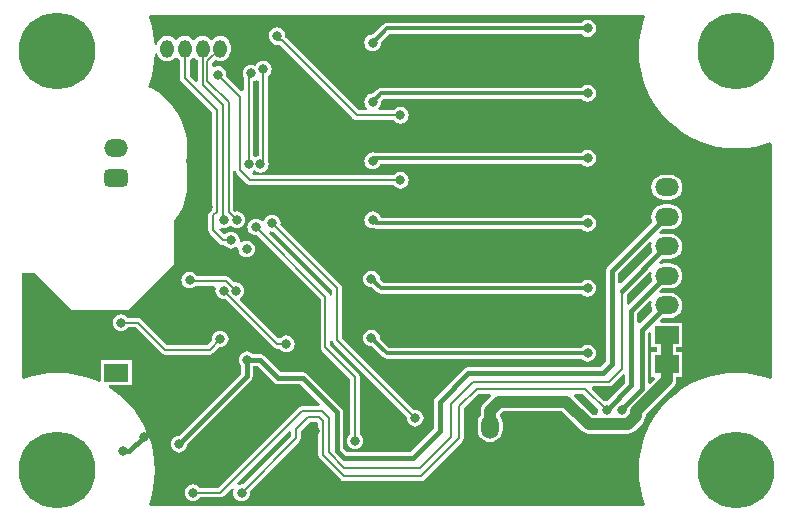
<source format=gbl>
G04*
G04 #@! TF.GenerationSoftware,Altium Limited,Altium Designer,20.0.13 (296)*
G04*
G04 Layer_Physical_Order=2*
G04 Layer_Color=16711680*
%FSLAX43Y43*%
%MOMM*%
G71*
G01*
G75*
%ADD12C,0.400*%
%ADD13C,0.200*%
%ADD45C,0.300*%
%ADD46C,1.000*%
%ADD48R,1.500X2.000*%
%ADD49O,1.500X2.000*%
%ADD50R,2.000X1.500*%
%ADD51O,2.000X1.500*%
G04:AMPARAMS|DCode=52|XSize=1.5mm|YSize=2mm|CornerRadius=0.375mm|HoleSize=0mm|Usage=FLASHONLY|Rotation=90.000|XOffset=0mm|YOffset=0mm|HoleType=Round|Shape=RoundedRectangle|*
%AMROUNDEDRECTD52*
21,1,1.500,1.250,0,0,90.0*
21,1,0.750,2.000,0,0,90.0*
1,1,0.750,0.625,0.375*
1,1,0.750,0.625,-0.375*
1,1,0.750,-0.625,-0.375*
1,1,0.750,-0.625,0.375*
%
%ADD52ROUNDEDRECTD52*%
%ADD53O,1.150X1.500*%
%ADD54R,1.150X1.500*%
%ADD55C,6.500*%
%ADD56C,0.800*%
G36*
X151753Y141836D02*
X151596Y141398D01*
X151399Y140611D01*
X151280Y139810D01*
X151240Y139000D01*
X151280Y138190D01*
X151399Y137389D01*
X151596Y136602D01*
X151869Y135839D01*
X152215Y135106D01*
X152632Y134411D01*
X153115Y133760D01*
X153659Y133159D01*
X154260Y132615D01*
X154911Y132132D01*
X155606Y131715D01*
X156339Y131369D01*
X157102Y131096D01*
X157889Y130899D01*
X158690Y130780D01*
X159500Y130740D01*
X160310Y130780D01*
X161111Y130899D01*
X161898Y131096D01*
X162336Y131253D01*
X162500Y131138D01*
Y111362D01*
X162336Y111247D01*
X161898Y111404D01*
X161111Y111601D01*
X160310Y111720D01*
X159500Y111760D01*
X158690Y111720D01*
X157889Y111601D01*
X157102Y111404D01*
X156339Y111131D01*
X155606Y110785D01*
X154911Y110368D01*
X154260Y109885D01*
X153659Y109341D01*
X153115Y108740D01*
X152632Y108089D01*
X152215Y107394D01*
X151869Y106661D01*
X151596Y105898D01*
X151399Y105111D01*
X151280Y104310D01*
X151240Y103500D01*
X151280Y102690D01*
X151399Y101889D01*
X151596Y101102D01*
X151753Y100664D01*
X151638Y100500D01*
X109862D01*
X109747Y100664D01*
X109904Y101102D01*
X110101Y101889D01*
X110220Y102690D01*
X110260Y103500D01*
X110220Y104310D01*
X110101Y105111D01*
X109904Y105898D01*
X109631Y106661D01*
X109285Y107394D01*
X108868Y108089D01*
X108385Y108740D01*
X107841Y109341D01*
X107240Y109885D01*
X106589Y110368D01*
X106356Y110507D01*
X106410Y110700D01*
X108300D01*
Y112800D01*
X105700D01*
Y111063D01*
X105531Y110956D01*
X105161Y111131D01*
X104398Y111404D01*
X103611Y111601D01*
X102810Y111720D01*
X102000Y111760D01*
X101190Y111720D01*
X100389Y111601D01*
X99602Y111404D01*
X99164Y111247D01*
X99000Y111362D01*
Y120200D01*
X100100D01*
X103200Y117100D01*
X108000D01*
X111900Y121000D01*
Y124598D01*
X112290Y125182D01*
X112602Y125814D01*
X112828Y126481D01*
X112965Y127172D01*
X113012Y127875D01*
Y128625D01*
X112965Y129328D01*
X112898Y129669D01*
X112963Y129998D01*
X113012Y130750D01*
X112963Y131502D01*
X112816Y132241D01*
X112574Y132955D01*
X112240Y133631D01*
X111822Y134258D01*
X111325Y134825D01*
X110758Y135322D01*
X110131Y135740D01*
X109676Y135965D01*
X109904Y136602D01*
X110101Y137389D01*
X110220Y138190D01*
X110249Y138774D01*
X110448Y138797D01*
X110536Y138584D01*
X110676Y138401D01*
X110859Y138261D01*
X111072Y138173D01*
X111300Y138142D01*
X111528Y138173D01*
X111741Y138261D01*
X111924Y138401D01*
X111950Y138435D01*
X112132D01*
X112176Y138401D01*
X112359Y138261D01*
X112392Y138247D01*
Y136700D01*
X112392Y136700D01*
X112423Y136544D01*
X112512Y136412D01*
X115092Y133831D01*
Y125568D01*
X114912Y125388D01*
X114823Y125255D01*
X114792Y125099D01*
X114792Y125099D01*
Y123800D01*
X114792Y123800D01*
X114823Y123644D01*
X114912Y123512D01*
X115737Y122687D01*
X115737Y122687D01*
X115869Y122598D01*
X116025Y122567D01*
X116025Y122567D01*
X116156D01*
X116226Y122476D01*
X116372Y122364D01*
X116542Y122293D01*
X116725Y122269D01*
X116908Y122293D01*
X117078Y122364D01*
X117142Y122413D01*
X117329Y122304D01*
X117319Y122225D01*
X117343Y122042D01*
X117414Y121872D01*
X117526Y121726D01*
X117672Y121614D01*
X117842Y121543D01*
X118025Y121519D01*
X118208Y121543D01*
X118378Y121614D01*
X118524Y121726D01*
X118636Y121872D01*
X118707Y122042D01*
X118731Y122225D01*
X118707Y122408D01*
X118636Y122578D01*
X118524Y122724D01*
X118378Y122836D01*
X118208Y122907D01*
X118025Y122931D01*
X117842Y122907D01*
X117672Y122836D01*
X117608Y122787D01*
X117421Y122896D01*
X117431Y122975D01*
X117407Y123158D01*
X117336Y123328D01*
X117224Y123474D01*
X117078Y123586D01*
X116908Y123657D01*
X116725Y123681D01*
X116542Y123657D01*
X116372Y123586D01*
X116226Y123474D01*
X116110Y123467D01*
X115718Y123858D01*
X115727Y123883D01*
X115917Y124018D01*
X116100Y123994D01*
X116283Y124018D01*
X116453Y124089D01*
X116599Y124201D01*
X116701D01*
X116847Y124089D01*
X117017Y124018D01*
X117200Y123994D01*
X117383Y124018D01*
X117553Y124089D01*
X117699Y124201D01*
X117811Y124347D01*
X117882Y124517D01*
X117906Y124700D01*
X117882Y124883D01*
X117811Y125053D01*
X117699Y125199D01*
X117553Y125311D01*
X117383Y125382D01*
X117200Y125406D01*
X117086Y125391D01*
X116908Y125569D01*
Y128802D01*
X117108Y128821D01*
X117123Y128744D01*
X117212Y128612D01*
X118062Y127762D01*
X118062Y127762D01*
X118194Y127673D01*
X118350Y127642D01*
X130481D01*
X130551Y127551D01*
X130697Y127439D01*
X130867Y127368D01*
X131050Y127344D01*
X131233Y127368D01*
X131403Y127439D01*
X131549Y127551D01*
X131661Y127697D01*
X131732Y127867D01*
X131756Y128050D01*
X131732Y128233D01*
X131661Y128403D01*
X131549Y128549D01*
X131403Y128661D01*
X131233Y128732D01*
X131050Y128756D01*
X130867Y128732D01*
X130697Y128661D01*
X130551Y128549D01*
X130481Y128458D01*
X118616D01*
X118514Y128580D01*
X118549Y128765D01*
X118561Y128795D01*
X118700Y128900D01*
X118847Y128789D01*
X119017Y128718D01*
X119200Y128694D01*
X119383Y128718D01*
X119553Y128789D01*
X119699Y128901D01*
X119811Y129047D01*
X119882Y129217D01*
X119906Y129400D01*
X119882Y129583D01*
X119857Y129644D01*
X119858Y129650D01*
Y136881D01*
X119949Y136951D01*
X120061Y137097D01*
X120132Y137267D01*
X120156Y137450D01*
X120132Y137633D01*
X120061Y137803D01*
X119949Y137949D01*
X119803Y138061D01*
X119633Y138132D01*
X119450Y138156D01*
X119267Y138132D01*
X119097Y138061D01*
X118951Y137949D01*
X118839Y137803D01*
X118807Y137726D01*
X118753Y137711D01*
X118583Y137782D01*
X118400Y137806D01*
X118217Y137782D01*
X118047Y137711D01*
X117901Y137599D01*
X117789Y137453D01*
X117718Y137283D01*
X117694Y137100D01*
X117718Y136917D01*
X117789Y136747D01*
X117792Y136742D01*
Y135667D01*
X117592Y135585D01*
X116291Y136886D01*
X116306Y137000D01*
X116282Y137183D01*
X116211Y137353D01*
X116099Y137499D01*
X115953Y137611D01*
X115783Y137682D01*
X115600Y137706D01*
X115417Y137682D01*
X115314Y137639D01*
X115114Y137739D01*
Y137937D01*
X115414Y138238D01*
X115572Y138173D01*
X115800Y138142D01*
X116028Y138173D01*
X116241Y138261D01*
X116424Y138401D01*
X116564Y138584D01*
X116652Y138797D01*
X116683Y139025D01*
Y139375D01*
X116652Y139603D01*
X116564Y139816D01*
X116424Y139999D01*
X116241Y140139D01*
X116028Y140227D01*
X115800Y140258D01*
X115572Y140227D01*
X115359Y140139D01*
X115176Y139999D01*
X115132Y139965D01*
X114968D01*
X114924Y139999D01*
X114741Y140139D01*
X114528Y140227D01*
X114300Y140258D01*
X114072Y140227D01*
X113859Y140139D01*
X113676Y139999D01*
X113650Y139965D01*
X113468D01*
X113424Y139999D01*
X113241Y140139D01*
X113028Y140227D01*
X112800Y140258D01*
X112572Y140227D01*
X112359Y140139D01*
X112176Y139999D01*
X112132Y139965D01*
X111950D01*
X111924Y139999D01*
X111741Y140139D01*
X111528Y140227D01*
X111300Y140258D01*
X111072Y140227D01*
X110859Y140139D01*
X110676Y139999D01*
X110536Y139816D01*
X110448Y139603D01*
X110435Y139509D01*
X110235Y139518D01*
X110220Y139810D01*
X110101Y140611D01*
X109904Y141398D01*
X109747Y141836D01*
X109862Y142000D01*
X151638Y142000D01*
X151753Y141836D01*
D02*
G37*
G36*
X113676Y138401D02*
X113859Y138261D01*
X113892Y138247D01*
Y136446D01*
X113707Y136369D01*
X113208Y136869D01*
Y138247D01*
X113241Y138261D01*
X113424Y138401D01*
X113468Y138435D01*
X113650D01*
X113676Y138401D01*
D02*
G37*
G36*
X119025Y136485D02*
X119042Y136470D01*
Y130085D01*
X119017Y130082D01*
X118847Y130011D01*
X118808Y129982D01*
X118608Y130080D01*
Y130808D01*
Y136428D01*
X118753Y136489D01*
X118842Y136557D01*
X119025Y136485D01*
D02*
G37*
%LPC*%
G36*
X146900Y141606D02*
X146717Y141582D01*
X146547Y141511D01*
X146401Y141399D01*
X146370Y141359D01*
X129900D01*
X129724Y141324D01*
X129576Y141224D01*
X128751Y140399D01*
X128700Y140406D01*
X128517Y140382D01*
X128347Y140311D01*
X128201Y140199D01*
X128089Y140053D01*
X128018Y139883D01*
X127994Y139700D01*
X128018Y139517D01*
X128089Y139347D01*
X128201Y139201D01*
X128347Y139089D01*
X128517Y139018D01*
X128700Y138994D01*
X128883Y139018D01*
X129053Y139089D01*
X129199Y139201D01*
X129311Y139347D01*
X129382Y139517D01*
X129406Y139700D01*
X129399Y139751D01*
X130090Y140441D01*
X146370D01*
X146401Y140401D01*
X146547Y140289D01*
X146717Y140218D01*
X146900Y140194D01*
X147083Y140218D01*
X147253Y140289D01*
X147399Y140401D01*
X147511Y140547D01*
X147582Y140717D01*
X147606Y140900D01*
X147582Y141083D01*
X147511Y141253D01*
X147399Y141399D01*
X147253Y141511D01*
X147083Y141582D01*
X146900Y141606D01*
D02*
G37*
G36*
X120600Y141006D02*
X120417Y140982D01*
X120247Y140911D01*
X120101Y140799D01*
X119989Y140653D01*
X119918Y140483D01*
X119894Y140300D01*
X119918Y140117D01*
X119989Y139947D01*
X120101Y139801D01*
X120247Y139689D01*
X120265Y139681D01*
X120312Y139612D01*
X120444Y139523D01*
X120600Y139492D01*
X120831D01*
X127062Y133262D01*
X127062Y133262D01*
X127194Y133173D01*
X127350Y133142D01*
X127350Y133142D01*
X130481D01*
X130551Y133051D01*
X130697Y132939D01*
X130867Y132868D01*
X131050Y132844D01*
X131233Y132868D01*
X131403Y132939D01*
X131549Y133051D01*
X131661Y133197D01*
X131732Y133367D01*
X131756Y133550D01*
X131732Y133733D01*
X131661Y133903D01*
X131549Y134049D01*
X131403Y134161D01*
X131233Y134232D01*
X131050Y134256D01*
X130867Y134232D01*
X130697Y134161D01*
X130551Y134049D01*
X130481Y133958D01*
X129211D01*
X129143Y134158D01*
X129199Y134201D01*
X129311Y134347D01*
X129382Y134517D01*
X129406Y134700D01*
X129399Y134751D01*
X129590Y134941D01*
X146370D01*
X146401Y134901D01*
X146547Y134789D01*
X146717Y134718D01*
X146900Y134694D01*
X147083Y134718D01*
X147253Y134789D01*
X147399Y134901D01*
X147511Y135047D01*
X147582Y135217D01*
X147606Y135400D01*
X147582Y135583D01*
X147511Y135753D01*
X147399Y135899D01*
X147253Y136011D01*
X147083Y136082D01*
X146900Y136106D01*
X146717Y136082D01*
X146547Y136011D01*
X146401Y135899D01*
X146370Y135859D01*
X129400D01*
X129224Y135824D01*
X129076Y135724D01*
X128751Y135399D01*
X128700Y135406D01*
X128517Y135382D01*
X128347Y135311D01*
X128201Y135199D01*
X128089Y135053D01*
X128018Y134883D01*
X127994Y134700D01*
X128018Y134517D01*
X128089Y134347D01*
X128201Y134201D01*
X128257Y134158D01*
X128189Y133958D01*
X127519D01*
X121291Y140186D01*
X121306Y140300D01*
X121282Y140483D01*
X121211Y140653D01*
X121099Y140799D01*
X120953Y140911D01*
X120783Y140982D01*
X120600Y141006D01*
D02*
G37*
G36*
X146900Y130606D02*
X146717Y130582D01*
X146547Y130511D01*
X146401Y130399D01*
X146370Y130359D01*
X128939D01*
X128883Y130382D01*
X128700Y130406D01*
X128517Y130382D01*
X128347Y130311D01*
X128201Y130199D01*
X128089Y130053D01*
X128018Y129883D01*
X127994Y129700D01*
X128018Y129517D01*
X128089Y129347D01*
X128201Y129201D01*
X128347Y129089D01*
X128517Y129018D01*
X128700Y128994D01*
X128883Y129018D01*
X129053Y129089D01*
X129199Y129201D01*
X129311Y129347D01*
X129350Y129441D01*
X146370D01*
X146401Y129401D01*
X146547Y129289D01*
X146717Y129218D01*
X146900Y129194D01*
X147083Y129218D01*
X147253Y129289D01*
X147399Y129401D01*
X147511Y129547D01*
X147582Y129717D01*
X147606Y129900D01*
X147582Y130083D01*
X147511Y130253D01*
X147399Y130399D01*
X147253Y130511D01*
X147083Y130582D01*
X146900Y130606D01*
D02*
G37*
G36*
X153850Y128509D02*
X153350D01*
X153076Y128473D01*
X152820Y128367D01*
X152601Y128199D01*
X152433Y127980D01*
X152327Y127724D01*
X152291Y127450D01*
X152327Y127176D01*
X152433Y126920D01*
X152601Y126701D01*
X152820Y126533D01*
X153076Y126427D01*
X153350Y126391D01*
X153850D01*
X154124Y126427D01*
X154380Y126533D01*
X154599Y126701D01*
X154767Y126920D01*
X154873Y127176D01*
X154909Y127450D01*
X154873Y127724D01*
X154767Y127980D01*
X154599Y128199D01*
X154380Y128367D01*
X154124Y128473D01*
X153850Y128509D01*
D02*
G37*
G36*
X120200Y125106D02*
X120017Y125082D01*
X119847Y125011D01*
X119701Y124899D01*
X119589Y124753D01*
X119534Y124622D01*
X119409Y124580D01*
X119316Y124578D01*
X119299Y124599D01*
X119153Y124711D01*
X118983Y124782D01*
X118800Y124806D01*
X118617Y124782D01*
X118447Y124711D01*
X118301Y124599D01*
X118189Y124453D01*
X118118Y124283D01*
X118094Y124100D01*
X118118Y123917D01*
X118189Y123747D01*
X118301Y123601D01*
X118447Y123489D01*
X118617Y123418D01*
X118800Y123394D01*
X118914Y123409D01*
X124292Y118031D01*
Y113900D01*
X124292Y113900D01*
X124323Y113744D01*
X124412Y113612D01*
X126792Y111231D01*
Y106569D01*
X126701Y106499D01*
X126589Y106353D01*
X126518Y106183D01*
X126494Y106000D01*
X126518Y105817D01*
X126589Y105647D01*
X126701Y105501D01*
X126847Y105389D01*
X127017Y105318D01*
X127200Y105294D01*
X127383Y105318D01*
X127553Y105389D01*
X127699Y105501D01*
X127811Y105647D01*
X127882Y105817D01*
X127906Y106000D01*
X127882Y106183D01*
X127811Y106353D01*
X127699Y106499D01*
X127608Y106569D01*
Y111400D01*
X127608Y111400D01*
X127577Y111556D01*
X127488Y111688D01*
X127488Y111688D01*
X125108Y114069D01*
Y114402D01*
X125308Y114421D01*
X125323Y114344D01*
X125412Y114212D01*
X131609Y108014D01*
X131594Y107900D01*
X131618Y107717D01*
X131689Y107547D01*
X131801Y107401D01*
X131947Y107289D01*
X132117Y107218D01*
X132300Y107194D01*
X132483Y107218D01*
X132653Y107289D01*
X132799Y107401D01*
X132911Y107547D01*
X132982Y107717D01*
X133006Y107900D01*
X132982Y108083D01*
X132911Y108253D01*
X132799Y108399D01*
X132653Y108511D01*
X132483Y108582D01*
X132300Y108606D01*
X132186Y108591D01*
X126108Y114669D01*
Y118900D01*
X126108Y118900D01*
X126077Y119056D01*
X125988Y119188D01*
X120891Y124286D01*
X120906Y124400D01*
X120882Y124583D01*
X120811Y124753D01*
X120699Y124899D01*
X120553Y125011D01*
X120383Y125082D01*
X120200Y125106D01*
D02*
G37*
G36*
X153850Y126009D02*
X153350D01*
X153076Y125973D01*
X152820Y125867D01*
X152601Y125699D01*
X152433Y125480D01*
X152327Y125224D01*
X152291Y124950D01*
X152327Y124676D01*
X152394Y124515D01*
X148640Y120760D01*
X148529Y120595D01*
X148490Y120400D01*
Y112711D01*
X147989Y112210D01*
X136800D01*
X136605Y112171D01*
X136440Y112060D01*
X134040Y109660D01*
X133929Y109495D01*
X133890Y109300D01*
Y107011D01*
X131889Y105010D01*
X126511D01*
X126210Y105311D01*
Y108400D01*
X126171Y108595D01*
X126060Y108760D01*
X123160Y111660D01*
X122995Y111771D01*
X122800Y111810D01*
X120911D01*
X119510Y113210D01*
X119345Y113321D01*
X119150Y113360D01*
X118535D01*
X118403Y113461D01*
X118233Y113532D01*
X118050Y113556D01*
X117867Y113532D01*
X117697Y113461D01*
X117551Y113349D01*
X117439Y113203D01*
X117368Y113033D01*
X117344Y112850D01*
X117368Y112667D01*
X117439Y112497D01*
X117540Y112365D01*
Y111661D01*
X112283Y106404D01*
X112117Y106382D01*
X111947Y106311D01*
X111801Y106199D01*
X111689Y106053D01*
X111618Y105883D01*
X111594Y105700D01*
X111618Y105517D01*
X111689Y105347D01*
X111801Y105201D01*
X111947Y105089D01*
X112117Y105018D01*
X112300Y104994D01*
X112483Y105018D01*
X112653Y105089D01*
X112799Y105201D01*
X112911Y105347D01*
X112982Y105517D01*
X113004Y105683D01*
X118410Y111090D01*
X118521Y111255D01*
X118560Y111450D01*
Y112340D01*
X118939D01*
X120340Y110940D01*
X120505Y110829D01*
X120700Y110790D01*
X122589D01*
X124271Y109108D01*
X124188Y108908D01*
X122700D01*
X122700Y108908D01*
X122544Y108877D01*
X122412Y108788D01*
X122412Y108788D01*
X115631Y102008D01*
X114069D01*
X113999Y102099D01*
X113853Y102211D01*
X113683Y102282D01*
X113500Y102306D01*
X113317Y102282D01*
X113147Y102211D01*
X113001Y102099D01*
X112889Y101953D01*
X112818Y101783D01*
X112794Y101600D01*
X112818Y101417D01*
X112889Y101247D01*
X113001Y101101D01*
X113147Y100989D01*
X113317Y100918D01*
X113500Y100894D01*
X113683Y100918D01*
X113853Y100989D01*
X113999Y101101D01*
X114069Y101192D01*
X115800D01*
X115800Y101192D01*
X115956Y101223D01*
X116088Y101312D01*
X116802Y102025D01*
X116972Y101912D01*
X116918Y101783D01*
X116894Y101600D01*
X116918Y101417D01*
X116989Y101247D01*
X117101Y101101D01*
X117247Y100989D01*
X117417Y100918D01*
X117600Y100894D01*
X117783Y100918D01*
X117953Y100989D01*
X118099Y101101D01*
X118211Y101247D01*
X118282Y101417D01*
X118306Y101600D01*
X118291Y101714D01*
X122488Y105912D01*
X122488Y105912D01*
X122577Y106044D01*
X122608Y106200D01*
X122608Y106200D01*
Y106831D01*
X123369Y107592D01*
X124031D01*
X124092Y107531D01*
Y104800D01*
X124092Y104800D01*
X124123Y104644D01*
X124212Y104512D01*
X126012Y102712D01*
X126012Y102712D01*
X126144Y102623D01*
X126300Y102592D01*
X132800D01*
X132800Y102592D01*
X132956Y102623D01*
X133088Y102712D01*
X136288Y105912D01*
X136288Y105912D01*
X136377Y106044D01*
X136408Y106200D01*
X136408Y106200D01*
Y108731D01*
X137669Y109992D01*
X138668D01*
X138751Y109792D01*
X138079Y109121D01*
X137951Y108953D01*
X137871Y108759D01*
X137843Y108550D01*
Y108123D01*
X137733Y107980D01*
X137627Y107724D01*
X137591Y107450D01*
Y106950D01*
X137627Y106676D01*
X137733Y106420D01*
X137901Y106201D01*
X138120Y106033D01*
X138376Y105927D01*
X138650Y105891D01*
X138924Y105927D01*
X139180Y106033D01*
X139399Y106201D01*
X139567Y106420D01*
X139673Y106676D01*
X139709Y106950D01*
Y107450D01*
X139673Y107724D01*
X139567Y107980D01*
X139457Y108123D01*
Y108216D01*
X139734Y108493D01*
X144766D01*
X146429Y106829D01*
X146597Y106701D01*
X146791Y106621D01*
X147000Y106593D01*
X150300D01*
X150509Y106621D01*
X150703Y106701D01*
X150871Y106829D01*
X151571Y107529D01*
X151699Y107697D01*
X151779Y107891D01*
X151807Y108100D01*
Y108166D01*
X154171Y110529D01*
X154299Y110697D01*
X154379Y110891D01*
X154407Y111100D01*
Y111400D01*
X154900D01*
Y113500D01*
X154407D01*
Y113900D01*
X154900D01*
Y116000D01*
X153082D01*
X153006Y116185D01*
X153228Y116407D01*
X153350Y116391D01*
X153850D01*
X154124Y116427D01*
X154380Y116533D01*
X154599Y116701D01*
X154767Y116920D01*
X154873Y117176D01*
X154909Y117450D01*
X154873Y117724D01*
X154767Y117980D01*
X154599Y118199D01*
X154380Y118367D01*
X154124Y118473D01*
X153850Y118509D01*
X153350D01*
X153076Y118473D01*
X152964Y118643D01*
X153228Y118907D01*
X153350Y118891D01*
X153850D01*
X154124Y118927D01*
X154380Y119033D01*
X154599Y119201D01*
X154767Y119420D01*
X154873Y119676D01*
X154909Y119950D01*
X154873Y120224D01*
X154767Y120480D01*
X154599Y120699D01*
X154380Y120867D01*
X154124Y120973D01*
X153850Y121009D01*
X153350D01*
X153076Y120973D01*
X152964Y121143D01*
X153228Y121407D01*
X153350Y121391D01*
X153850D01*
X154124Y121427D01*
X154380Y121533D01*
X154599Y121701D01*
X154767Y121920D01*
X154873Y122176D01*
X154909Y122450D01*
X154873Y122724D01*
X154767Y122980D01*
X154599Y123199D01*
X154380Y123367D01*
X154124Y123473D01*
X153850Y123509D01*
X153350D01*
X153076Y123473D01*
X152964Y123643D01*
X153228Y123907D01*
X153350Y123891D01*
X153850D01*
X154124Y123927D01*
X154380Y124033D01*
X154599Y124201D01*
X154767Y124420D01*
X154873Y124676D01*
X154909Y124950D01*
X154873Y125224D01*
X154767Y125480D01*
X154599Y125699D01*
X154380Y125867D01*
X154124Y125973D01*
X153850Y126009D01*
D02*
G37*
G36*
X128700Y125406D02*
X128517Y125382D01*
X128347Y125311D01*
X128201Y125199D01*
X128089Y125053D01*
X128018Y124883D01*
X127994Y124700D01*
X128018Y124517D01*
X128089Y124347D01*
X128201Y124201D01*
X128347Y124089D01*
X128517Y124018D01*
X128700Y123994D01*
X128782Y124005D01*
X128824Y123976D01*
X129000Y123941D01*
X146370D01*
X146401Y123901D01*
X146547Y123789D01*
X146717Y123718D01*
X146900Y123694D01*
X147083Y123718D01*
X147253Y123789D01*
X147399Y123901D01*
X147511Y124047D01*
X147582Y124217D01*
X147606Y124400D01*
X147582Y124583D01*
X147511Y124753D01*
X147399Y124899D01*
X147253Y125011D01*
X147083Y125082D01*
X146900Y125106D01*
X146717Y125082D01*
X146547Y125011D01*
X146401Y124899D01*
X146370Y124859D01*
X129385D01*
X129382Y124883D01*
X129311Y125053D01*
X129199Y125199D01*
X129053Y125311D01*
X128883Y125382D01*
X128700Y125406D01*
D02*
G37*
G36*
X128600Y120406D02*
X128417Y120382D01*
X128247Y120311D01*
X128101Y120199D01*
X127989Y120053D01*
X127918Y119883D01*
X127894Y119700D01*
X127918Y119517D01*
X127989Y119347D01*
X128101Y119201D01*
X128247Y119089D01*
X128417Y119018D01*
X128600Y118994D01*
X128651Y119001D01*
X129076Y118576D01*
X129224Y118476D01*
X129400Y118441D01*
X146370D01*
X146401Y118401D01*
X146547Y118289D01*
X146717Y118218D01*
X146900Y118194D01*
X147083Y118218D01*
X147253Y118289D01*
X147399Y118401D01*
X147511Y118547D01*
X147582Y118717D01*
X147606Y118900D01*
X147582Y119083D01*
X147511Y119253D01*
X147399Y119399D01*
X147253Y119511D01*
X147083Y119582D01*
X146900Y119606D01*
X146717Y119582D01*
X146547Y119511D01*
X146401Y119399D01*
X146370Y119359D01*
X129590D01*
X129299Y119649D01*
X129306Y119700D01*
X129282Y119883D01*
X129211Y120053D01*
X129099Y120199D01*
X128953Y120311D01*
X128783Y120382D01*
X128600Y120406D01*
D02*
G37*
G36*
X107400Y116706D02*
X107217Y116682D01*
X107047Y116611D01*
X106901Y116499D01*
X106789Y116353D01*
X106718Y116183D01*
X106694Y116000D01*
X106718Y115817D01*
X106789Y115647D01*
X106901Y115501D01*
X107047Y115389D01*
X107217Y115318D01*
X107400Y115294D01*
X107583Y115318D01*
X107753Y115389D01*
X107899Y115501D01*
X107969Y115592D01*
X108631D01*
X110812Y113412D01*
X110944Y113323D01*
X111100Y113292D01*
X111100Y113292D01*
X114900D01*
X114900Y113292D01*
X115056Y113323D01*
X115188Y113412D01*
X115686Y113909D01*
X115800Y113894D01*
X115983Y113918D01*
X116153Y113989D01*
X116299Y114101D01*
X116411Y114247D01*
X116482Y114417D01*
X116506Y114600D01*
X116482Y114783D01*
X116411Y114953D01*
X116299Y115099D01*
X116153Y115211D01*
X115983Y115282D01*
X115800Y115306D01*
X115617Y115282D01*
X115447Y115211D01*
X115301Y115099D01*
X115189Y114953D01*
X115118Y114783D01*
X115094Y114600D01*
X115109Y114486D01*
X114731Y114108D01*
X111269D01*
X109088Y116288D01*
X108956Y116377D01*
X108800Y116408D01*
X108800Y116408D01*
X107969D01*
X107899Y116499D01*
X107753Y116611D01*
X107583Y116682D01*
X107400Y116706D01*
D02*
G37*
G36*
X113200Y120306D02*
X113017Y120282D01*
X112847Y120211D01*
X112701Y120099D01*
X112589Y119953D01*
X112518Y119783D01*
X112494Y119600D01*
X112518Y119417D01*
X112589Y119247D01*
X112701Y119101D01*
X112847Y118989D01*
X113017Y118918D01*
X113200Y118894D01*
X113383Y118918D01*
X113553Y118989D01*
X113688Y119092D01*
X115288D01*
X115422Y118892D01*
X115418Y118883D01*
X115394Y118700D01*
X115418Y118517D01*
X115489Y118347D01*
X115601Y118201D01*
X115747Y118089D01*
X115917Y118018D01*
X116100Y117994D01*
X116223Y118010D01*
X120322Y113912D01*
X120322Y113912D01*
X120454Y113823D01*
X120610Y113792D01*
X120831D01*
X120901Y113701D01*
X121047Y113589D01*
X121217Y113518D01*
X121400Y113494D01*
X121583Y113518D01*
X121753Y113589D01*
X121899Y113701D01*
X122011Y113847D01*
X122082Y114017D01*
X122106Y114200D01*
X122082Y114383D01*
X122011Y114553D01*
X121899Y114699D01*
X121753Y114811D01*
X121583Y114882D01*
X121400Y114906D01*
X121217Y114882D01*
X121047Y114811D01*
X120901Y114699D01*
X120669Y114718D01*
X117482Y117905D01*
X117525Y118144D01*
X117599Y118201D01*
X117711Y118347D01*
X117782Y118517D01*
X117806Y118700D01*
X117782Y118883D01*
X117711Y119053D01*
X117599Y119199D01*
X117453Y119311D01*
X117283Y119382D01*
X117100Y119406D01*
X116986Y119391D01*
X116588Y119788D01*
X116456Y119877D01*
X116300Y119908D01*
X116300Y119908D01*
X113830D01*
X113811Y119953D01*
X113699Y120099D01*
X113553Y120211D01*
X113383Y120282D01*
X113200Y120306D01*
D02*
G37*
G36*
X128600Y115406D02*
X128417Y115382D01*
X128247Y115311D01*
X128101Y115199D01*
X127989Y115053D01*
X127918Y114883D01*
X127894Y114700D01*
X127918Y114517D01*
X127989Y114347D01*
X128101Y114201D01*
X128247Y114089D01*
X128417Y114018D01*
X128600Y113994D01*
X128651Y114001D01*
X129576Y113076D01*
X129724Y112976D01*
X129900Y112941D01*
X146370D01*
X146401Y112901D01*
X146547Y112789D01*
X146717Y112718D01*
X146900Y112694D01*
X147083Y112718D01*
X147253Y112789D01*
X147399Y112901D01*
X147511Y113047D01*
X147582Y113217D01*
X147606Y113400D01*
X147582Y113583D01*
X147511Y113753D01*
X147399Y113899D01*
X147253Y114011D01*
X147083Y114082D01*
X146900Y114106D01*
X146717Y114082D01*
X146547Y114011D01*
X146401Y113899D01*
X146370Y113859D01*
X130090D01*
X129299Y114649D01*
X129306Y114700D01*
X129282Y114883D01*
X129211Y115053D01*
X129099Y115199D01*
X128953Y115311D01*
X128783Y115382D01*
X128600Y115406D01*
D02*
G37*
%LPD*%
G36*
X120200Y123694D02*
X120314Y123709D01*
X125292Y118731D01*
Y118298D01*
X125092Y118279D01*
X125077Y118356D01*
X124988Y118488D01*
X124988Y118488D01*
X119944Y123533D01*
X119993Y123657D01*
X120045Y123714D01*
X120200Y123694D01*
D02*
G37*
G36*
X152327Y122724D02*
X152291Y122450D01*
X152327Y122176D01*
X152394Y122015D01*
X149695Y119316D01*
X149510Y119392D01*
Y120189D01*
X152157Y122836D01*
X152327Y122724D01*
D02*
G37*
G36*
Y120224D02*
X152291Y119950D01*
X152327Y119676D01*
X152394Y119515D01*
X150408Y117529D01*
X150208Y117612D01*
Y118387D01*
X152157Y120336D01*
X152327Y120224D01*
D02*
G37*
G36*
Y117724D02*
X152291Y117450D01*
X152327Y117176D01*
X152394Y117015D01*
X151310Y115931D01*
X151110Y116014D01*
Y116789D01*
X152157Y117836D01*
X152327Y117724D01*
D02*
G37*
G36*
X152300Y115112D02*
Y113900D01*
X152793D01*
Y113500D01*
X152300D01*
Y111400D01*
X152498D01*
X152574Y111215D01*
X152195Y110836D01*
X152010Y110912D01*
Y115138D01*
X152100Y115209D01*
X152300Y115112D01*
D02*
G37*
G36*
X150090Y111531D02*
Y110911D01*
X148552Y109373D01*
X148309Y109368D01*
X147269Y110407D01*
X147346Y110592D01*
X148700D01*
X148700Y110592D01*
X148856Y110623D01*
X148988Y110712D01*
X149890Y111613D01*
X150090Y111531D01*
D02*
G37*
G36*
X147809Y108714D02*
X147794Y108600D01*
X147818Y108417D01*
X147822Y108407D01*
X147689Y108207D01*
X147334D01*
X145749Y109792D01*
X145832Y109992D01*
X146531D01*
X147809Y108714D01*
D02*
G37*
G36*
X121792Y106733D02*
Y106369D01*
X117714Y102291D01*
X117600Y102306D01*
X117417Y102282D01*
X117288Y102228D01*
X117175Y102398D01*
X121592Y106815D01*
X121792Y106733D01*
D02*
G37*
D12*
X148500Y108600D02*
X150600Y110700D01*
X149700Y108600D02*
X151500Y110400D01*
X153525Y117425D02*
X153625D01*
X148200Y111700D02*
X149000Y112500D01*
X136800Y111700D02*
X148200D01*
X134400Y109300D02*
X136800Y111700D01*
X151500Y110400D02*
Y115400D01*
X150600Y110700D02*
Y117000D01*
X126300Y104500D02*
X132100D01*
X149000Y112500D02*
Y120400D01*
X132100Y104500D02*
X134400Y106800D01*
Y109300D01*
X151500Y115400D02*
X153525Y117425D01*
Y119925D02*
X153625D01*
X150600Y117000D02*
X153525Y119925D01*
X149800Y118700D02*
X153575Y122475D01*
X149000Y120400D02*
X152950Y124350D01*
X108100Y105100D02*
X109300Y106300D01*
X110100Y107100D01*
X107600Y105100D02*
X108100D01*
X118050Y112850D02*
X119150D01*
X122800Y111300D02*
X125700Y108400D01*
X120700Y111300D02*
X122800D01*
X119150Y112850D02*
X120700Y111300D01*
X125700Y105100D02*
X126300Y104500D01*
X125700Y105100D02*
Y108400D01*
X118050Y111450D02*
Y112850D01*
X112300Y105700D02*
X118050Y111450D01*
D13*
X137500Y110400D02*
X146700D01*
X148500Y108600D01*
X136000Y108900D02*
X137500Y110400D01*
X148700Y111000D02*
X149800Y112100D01*
X137200Y111000D02*
X148700D01*
X135300Y109100D02*
X137200Y111000D01*
X126300Y103000D02*
X132800D01*
X136000Y106200D02*
Y108900D01*
X132800Y103000D02*
X136000Y106200D01*
X149800Y112100D02*
Y118700D01*
X126300Y103700D02*
X132700D01*
X135300Y106300D02*
Y109100D01*
X132700Y103700D02*
X135300Y106300D01*
X125000Y105000D02*
X126300Y103700D01*
X125000Y105000D02*
Y107900D01*
X124500Y104800D02*
X126300Y103000D01*
X124500Y104800D02*
Y107700D01*
X117500Y128900D02*
Y135100D01*
X115600Y137000D02*
X117500Y135100D01*
X124700Y113900D02*
Y118200D01*
X118800Y124100D02*
X124700Y118200D01*
X125700Y114500D02*
Y118900D01*
X120200Y124400D02*
X125700Y118900D01*
X124400Y108500D02*
X125000Y107900D01*
X122700Y108500D02*
X124400D01*
X115800Y101600D02*
X122700Y108500D01*
X124200Y108000D02*
X124500Y107700D01*
X115500Y125399D02*
Y134000D01*
X112800Y136700D02*
X115500Y134000D01*
X112800Y136700D02*
Y139200D01*
X114300Y136100D02*
X116000Y134400D01*
Y124700D02*
Y134400D01*
X114706Y138106D02*
X115800Y139200D01*
X114706Y136494D02*
Y138106D01*
Y136494D02*
X116500Y134700D01*
Y125400D02*
Y134700D01*
X116025Y122975D02*
X116725D01*
X115200Y123800D02*
X116025Y122975D01*
X115200Y123800D02*
Y125099D01*
X115500Y125399D01*
X116500Y125400D02*
X117200Y124700D01*
X114900Y113700D02*
X115800Y114600D01*
X111100Y113700D02*
X114900D01*
X108800Y116000D02*
X111100Y113700D01*
X107400Y116000D02*
X108800D01*
X123200Y108000D02*
X124200D01*
X122200Y107000D02*
X123200Y108000D01*
X122200Y106200D02*
Y107000D01*
X117600Y101600D02*
X122200Y106200D01*
X113500Y101600D02*
X115800D01*
X127200Y106000D02*
Y111400D01*
X124700Y113900D02*
X127200Y111400D01*
X127350Y133550D02*
X131050D01*
X121000Y139900D02*
X127350Y133550D01*
X120600Y139900D02*
X121000D01*
X118350Y128050D02*
X131050D01*
X119450Y129650D02*
Y137450D01*
X119200Y129400D02*
X119450Y129650D01*
X118200Y136900D02*
X118400Y137100D01*
X118200Y130808D02*
Y136900D01*
Y130300D02*
Y130808D01*
Y129400D02*
Y130300D01*
X116200Y118900D02*
X116400Y118700D01*
Y118410D02*
Y118700D01*
Y118410D02*
X120610Y114200D01*
X121400D01*
X113200Y119500D02*
X116300D01*
X117100Y118700D01*
X117500Y128900D02*
X118350Y128050D01*
X114300Y136100D02*
Y139200D01*
X125700Y114500D02*
X132300Y107900D01*
D45*
X128900Y129900D02*
X146900D01*
X129400Y135400D02*
X146900D01*
X128700Y134700D02*
X129400Y135400D01*
X128700Y129700D02*
X128900Y129900D01*
X129000Y124400D02*
X146900D01*
X128700Y124700D02*
X129000Y124400D01*
X129400Y118900D02*
X146900D01*
X128600Y119700D02*
X129400Y118900D01*
X129900Y113400D02*
X146900D01*
X128600Y114700D02*
X129900Y113400D01*
X128700Y139700D02*
X129900Y140900D01*
X146900D01*
D46*
X147000Y107400D02*
X150300D01*
X151000Y108100D01*
Y108500D02*
X153600Y111100D01*
X151000Y108100D02*
Y108500D01*
X153600Y112450D02*
Y114950D01*
Y111100D02*
Y112450D01*
X145100Y109300D02*
X147000Y107400D01*
X139400Y109300D02*
X145100D01*
X138650Y108550D02*
X139400Y109300D01*
X138650Y107200D02*
Y108550D01*
D48*
X141150Y107200D02*
D03*
D49*
X138650D02*
D03*
D50*
X153600Y114950D02*
D03*
Y112450D02*
D03*
X107000Y111750D02*
D03*
D51*
X153600Y117450D02*
D03*
Y119950D02*
D03*
Y122450D02*
D03*
Y124950D02*
D03*
Y127450D02*
D03*
Y129950D02*
D03*
X107000Y114250D02*
D03*
Y130750D02*
D03*
D52*
Y128250D02*
D03*
D53*
X111300Y139200D02*
D03*
X112800D02*
D03*
X114300D02*
D03*
X115800D02*
D03*
D54*
X117300D02*
D03*
D55*
X102000Y103500D02*
D03*
X159500D02*
D03*
Y139000D02*
D03*
X102000D02*
D03*
D56*
X148500Y108600D02*
D03*
X149800Y108600D02*
D03*
X146900Y129900D02*
D03*
Y135400D02*
D03*
X107600Y105100D02*
D03*
X116725Y122975D02*
D03*
X116100Y124700D02*
D03*
X117200D02*
D03*
X128600Y114700D02*
D03*
X128600Y119700D02*
D03*
X128700Y124700D02*
D03*
Y129700D02*
D03*
Y134700D02*
D03*
Y139700D02*
D03*
X146900Y140900D02*
D03*
Y113400D02*
D03*
Y118900D02*
D03*
Y124400D02*
D03*
X115600Y137000D02*
D03*
X131050Y133550D02*
D03*
Y128050D02*
D03*
X120600Y140300D02*
D03*
X119450Y137450D02*
D03*
X118400Y137100D02*
D03*
X123800Y106800D02*
D03*
X132300Y107900D02*
D03*
X121500Y101600D02*
D03*
X117600D02*
D03*
X113500D02*
D03*
X112300Y105700D02*
D03*
X127200Y106000D02*
D03*
X118050Y112850D02*
D03*
X116100Y118700D02*
D03*
X121400Y114200D02*
D03*
X118025Y122225D02*
D03*
X113200Y119600D02*
D03*
X120200Y124400D02*
D03*
X118800Y124100D02*
D03*
X120800Y132850D02*
D03*
X107400Y116000D02*
D03*
X115800Y114600D02*
D03*
X117100Y118700D02*
D03*
X113900Y115100D02*
D03*
X118200Y129400D02*
D03*
X119200D02*
D03*
X114775Y125825D02*
D03*
X109300Y106300D02*
D03*
X118800Y114300D02*
D03*
X113194Y108792D02*
D03*
M02*

</source>
